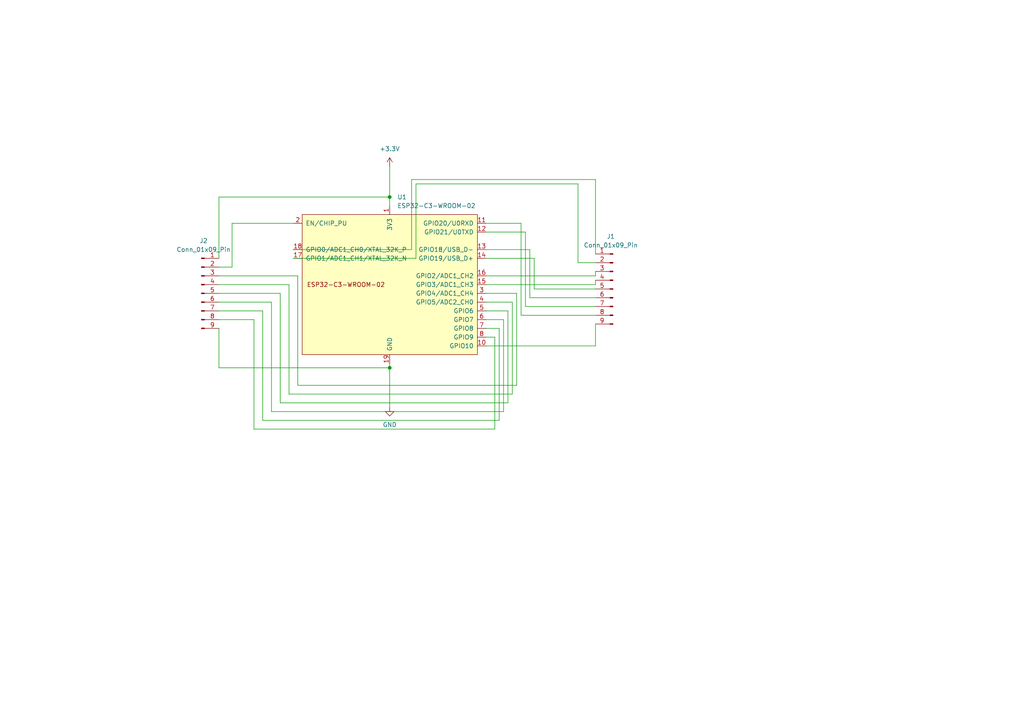
<source format=kicad_sch>
(kicad_sch (version 20230121) (generator eeschema)
  (paper "A4")
  (lib_symbols
    (symbol "Connector:Conn_01x09_Pin" (pin_names (offset 1.016) hide)
      (property "Reference" "J" (at 0 12.7 0))
      (property "Value" "Conn_01x09_Pin" (at 0 -12.7 0))
      (symbol "Conn_01x09_Pin_1_1"
        (polyline (pts (xy 1.27 -10.16) (xy 0.8636 -10.16)) (stroke (width 0.1524)))
        (polyline (pts (xy 1.27 -7.62) (xy 0.8636 -7.62)) (stroke (width 0.1524)))
        (polyline (pts (xy 1.27 -5.08) (xy 0.8636 -5.08)) (stroke (width 0.1524)))
        (polyline (pts (xy 1.27 -2.54) (xy 0.8636 -2.54)) (stroke (width 0.1524)))
        (polyline (pts (xy 1.27 0) (xy 0.8636 0)) (stroke (width 0.1524)))
        (polyline (pts (xy 1.27 2.54) (xy 0.8636 2.54)) (stroke (width 0.1524)))
        (polyline (pts (xy 1.27 5.08) (xy 0.8636 5.08)) (stroke (width 0.1524)))
        (polyline (pts (xy 1.27 7.62) (xy 0.8636 7.62)) (stroke (width 0.1524)))
        (polyline (pts (xy 1.27 10.16) (xy 0.8636 10.16)) (stroke (width 0.1524)))
        (rectangle (start 0.8636 -10.033) (end 0 -10.287) (stroke (width 0.1524)) (fill (type outline)))
        (rectangle (start 0.8636 -7.493) (end 0 -7.747) (stroke (width 0.1524)) (fill (type outline)))
        (rectangle (start 0.8636 -4.953) (end 0 -5.207) (stroke (width 0.1524)) (fill (type outline)))
        (rectangle (start 0.8636 -2.413) (end 0 -2.667) (stroke (width 0.1524)) (fill (type outline)))
        (rectangle (start 0.8636 0.127) (end 0 -0.127) (stroke (width 0.1524)) (fill (type outline)))
        (rectangle (start 0.8636 2.667) (end 0 2.413) (stroke (width 0.1524)) (fill (type outline)))
        (rectangle (start 0.8636 5.207) (end 0 4.953) (stroke (width 0.1524)) (fill (type outline)))
        (rectangle (start 0.8636 7.747) (end 0 7.493) (stroke (width 0.1524)) (fill (type outline)))
        (rectangle (start 0.8636 10.287) (end 0 10.033) (stroke (width 0.1524)) (fill (type outline)))
        (pin passive line (at 5.08 10.16 180) (length 3.81) (name "Pin_1") (number "1"))
        (pin passive line (at 5.08 7.62 180) (length 3.81) (name "Pin_2") (number "2"))
        (pin passive line (at 5.08 5.08 180) (length 3.81) (name "Pin_3") (number "3"))
        (pin passive line (at 5.08 2.54 180) (length 3.81) (name "Pin_4") (number "4"))
        (pin passive line (at 5.08 0 180) (length 3.81) (name "Pin_5") (number "5"))
        (pin passive line (at 5.08 -2.54 180) (length 3.81) (name "Pin_6") (number "6"))
        (pin passive line (at 5.08 -5.08 180) (length 3.81) (name "Pin_7") (number "7"))
        (pin passive line (at 5.08 -7.62 180) (length 3.81) (name "Pin_8") (number "8"))
        (pin passive line (at 5.08 -10.16 180) (length 3.81) (name "Pin_9") (number "9"))
      )
    )
    (symbol "Espressif:ESP32-C3-WROOM-02" (pin_names (offset 1.016))
      (property "Reference" "U" (at -25.4 25.4 0))
      (property "Value" "ESP32-C3-WROOM-02" (at -25.4 22.86 0))
      (symbol "ESP32-C3-WROOM-02_0_0"
        (text "ESP32-C3-WROOM-02" (at -12.7 0 0) (effects (font (size 1.27 1.27))))
      )
      (symbol "ESP32-C3-WROOM-02_0_1"
        (rectangle (start 25.4 20.32) (end -25.4 -20.32) (fill (type background)))
      )
      (symbol "ESP32-C3-WROOM-02_1_1"
        (pin power_in line (at 0 22.86 270) (length 2.54) (name "3V3") (number "1"))
        (pin bidirectional line (at 27.94 -17.78 180) (length 2.54) (name "GPIO10") (number "10"))
        (pin bidirectional line (at 27.94 17.78 180) (length 2.54) (name "GPIO20/U0RXD") (number "11"))
        (pin bidirectional line (at 27.94 15.24 180) (length 2.54) (name "GPIO21/U0TXD") (number "12"))
        (pin bidirectional line (at 27.94 10.16 180) (length 2.54) (name "GPIO18/USB_D-") (number "13"))
        (pin bidirectional line (at 27.94 7.62 180) (length 2.54) (name "GPIO19/USB_D+") (number "14"))
        (pin bidirectional line (at 27.94 0 180) (length 2.54) (name "GPIO3/ADC1_CH3") (number "15"))
        (pin bidirectional line (at 27.94 2.54 180) (length 2.54) (name "GPIO2/ADC1_CH2") (number "16"))
        (pin bidirectional line (at -27.94 7.62 0) (length 2.54) (name "GPIO1/ADC1_CH1/XTAL_32K_N") (number "17"))
        (pin bidirectional line (at -27.94 10.16 0) (length 2.54) (name "GPIO0/ADC1_CH0/XTAL_32K_P") (number "18"))
        (pin power_in line (at 0 -22.86 90) (length 2.54) (name "GND") (number "19"))
        (pin input line (at -27.94 17.78 0) (length 2.54) (name "EN/CHIP_PU") (number "2"))
        (pin bidirectional line (at 27.94 -2.54 180) (length 2.54) (name "GPIO4/ADC1_CH4") (number "3"))
        (pin bidirectional line (at 27.94 -5.08 180) (length 2.54) (name "GPIO5/ADC2_CH0") (number "4"))
        (pin bidirectional line (at 27.94 -7.62 180) (length 2.54) (name "GPIO6") (number "5"))
        (pin bidirectional line (at 27.94 -10.16 180) (length 2.54) (name "GPIO7") (number "6"))
        (pin bidirectional line (at 27.94 -12.7 180) (length 2.54) (name "GPIO8") (number "7"))
        (pin bidirectional line (at 27.94 -15.24 180) (length 2.54) (name "GPIO9") (number "8"))
        (pin passive line (at 0 -22.86 90) (length 2.54) hide (name "GND") (number "9"))
      )
    )
    (symbol "power:+3.3V" (power) (pin_names (offset 0))
      (property "Value" "+3.3V" (at 0 3.556 0))
      (symbol "+3.3V_0_1"
        (polyline (pts (xy -0.762 1.27) (xy 0 2.54)))
        (polyline (pts (xy 0 0) (xy 0 2.54)))
        (polyline (pts (xy 0 2.54) (xy 0.762 1.27)))
      )
      (symbol "+3.3V_1_1"
        (pin power_in line (at 0 0 90) (length 0) hide (name "+3.3V") (number "1"))
      )
    )
    (symbol "power:GND" (power) (pin_names (offset 0))
      (property "Value" "GND" (at 0 -3.81 0))
      (symbol "GND_0_1"
        (polyline (pts (xy 0 0) (xy 0 -1.27) (xy 1.27 -1.27) (xy 0 -2.54) (xy -1.27 -1.27) (xy 0 -1.27)))
      )
      (symbol "GND_1_1"
        (pin power_in line (at 0 0 270) (length 0) hide (name "GND") (number "1"))
      )
    )
  )
  (junction (at 113.03 106.68))
  (junction (at 113.03 57.15))
  (wire (pts (xy 86.36 111.76) (xy 86.36 80.01)))
  (wire (pts (xy 140.97 80.01) (xy 172.72 80.01)))
  (wire (pts (xy 149.86 85.09) (xy 149.86 111.76)))
  (wire (pts (xy 140.97 87.63) (xy 148.59 87.63)))
  (wire (pts (xy 167.64 53.34) (xy 167.64 76.2)))
  (wire (pts (xy 63.5 106.68) (xy 63.5 95.25)))
  (wire (pts (xy 143.51 97.79) (xy 143.51 124.46)))
  (wire (pts (xy 81.28 116.84) (xy 81.28 85.09)))
  (wire (pts (xy 113.03 105.41) (xy 113.03 106.68)))
  (wire (pts (xy 113.03 57.15) (xy 113.03 59.69)))
  (wire (pts (xy 73.66 124.46) (xy 73.66 92.71)))
  (wire (pts (xy 152.4 88.9) (xy 172.72 88.9)))
  (wire (pts (xy 113.03 106.68) (xy 63.5 106.68)))
  (wire (pts (xy 85.09 72.39) (xy 119.38 72.39)))
  (wire (pts (xy 113.03 106.68) (xy 113.03 118.11)))
  (wire (pts (xy 63.5 57.15) (xy 63.5 74.93)))
  (wire (pts (xy 146.05 92.71) (xy 146.05 119.38)))
  (wire (pts (xy 144.78 121.92) (xy 76.2 121.92)))
  (wire (pts (xy 172.72 82.55) (xy 172.72 81.28)))
  (wire (pts (xy 153.67 86.36) (xy 172.72 86.36)))
  (wire (pts (xy 140.97 72.39) (xy 153.67 72.39)))
  (wire (pts (xy 83.82 114.3) (xy 83.82 82.55)))
  (wire (pts (xy 172.72 52.07) (xy 172.72 73.66)))
  (wire (pts (xy 119.38 52.07) (xy 172.72 52.07)))
  (wire (pts (xy 140.97 74.93) (xy 154.94 74.93)))
  (wire (pts (xy 67.31 64.77) (xy 67.31 77.47)))
  (wire (pts (xy 83.82 82.55) (xy 63.5 82.55)))
  (wire (pts (xy 120.65 74.93) (xy 120.65 53.34)))
  (wire (pts (xy 78.74 119.38) (xy 78.74 87.63)))
  (wire (pts (xy 120.65 53.34) (xy 167.64 53.34)))
  (wire (pts (xy 140.97 82.55) (xy 172.72 82.55)))
  (wire (pts (xy 85.09 74.93) (xy 120.65 74.93)))
  (wire (pts (xy 152.4 67.31) (xy 152.4 88.9)))
  (wire (pts (xy 143.51 124.46) (xy 73.66 124.46)))
  (wire (pts (xy 140.97 100.33) (xy 172.72 100.33)))
  (wire (pts (xy 119.38 72.39) (xy 119.38 52.07)))
  (wire (pts (xy 67.31 77.47) (xy 63.5 77.47)))
  (wire (pts (xy 140.97 64.77) (xy 151.13 64.77)))
  (wire (pts (xy 172.72 80.01) (xy 172.72 78.74)))
  (wire (pts (xy 73.66 92.71) (xy 63.5 92.71)))
  (wire (pts (xy 151.13 64.77) (xy 151.13 91.44)))
  (wire (pts (xy 172.72 100.33) (xy 172.72 93.98)))
  (wire (pts (xy 149.86 111.76) (xy 86.36 111.76)))
  (wire (pts (xy 154.94 83.82) (xy 172.72 83.82)))
  (wire (pts (xy 148.59 87.63) (xy 148.59 114.3)))
  (wire (pts (xy 113.03 57.15) (xy 63.5 57.15)))
  (wire (pts (xy 113.03 48.26) (xy 113.03 57.15)))
  (wire (pts (xy 148.59 114.3) (xy 83.82 114.3)))
  (wire (pts (xy 146.05 119.38) (xy 78.74 119.38)))
  (wire (pts (xy 76.2 90.17) (xy 63.5 90.17)))
  (wire (pts (xy 85.09 64.77) (xy 67.31 64.77)))
  (wire (pts (xy 140.97 67.31) (xy 152.4 67.31)))
  (wire (pts (xy 140.97 85.09) (xy 149.86 85.09)))
  (wire (pts (xy 81.28 85.09) (xy 63.5 85.09)))
  (wire (pts (xy 154.94 74.93) (xy 154.94 83.82)))
  (wire (pts (xy 140.97 97.79) (xy 143.51 97.79)))
  (wire (pts (xy 147.32 116.84) (xy 81.28 116.84)))
  (wire (pts (xy 140.97 92.71) (xy 146.05 92.71)))
  (wire (pts (xy 76.2 121.92) (xy 76.2 90.17)))
  (wire (pts (xy 153.67 72.39) (xy 153.67 86.36)))
  (wire (pts (xy 147.32 90.17) (xy 147.32 116.84)))
  (wire (pts (xy 167.64 76.2) (xy 172.72 76.2)))
  (wire (pts (xy 140.97 95.25) (xy 144.78 95.25)))
  (wire (pts (xy 144.78 95.25) (xy 144.78 121.92)))
  (wire (pts (xy 86.36 80.01) (xy 63.5 80.01)))
  (wire (pts (xy 151.13 91.44) (xy 172.72 91.44)))
  (wire (pts (xy 140.97 90.17) (xy 147.32 90.17)))
  (wire (pts (xy 78.74 87.63) (xy 63.5 87.63)))
  (symbol (lib_id "power:+3.3V") (at 113.03 48.26 0) (unit 1)
    (property "Reference" "#PWR02" (effects hide))
    (property "Value" "+3.3V" (at 113.03 43.18 0))
  )
  (symbol (lib_id "Connector:Conn_01x09_Pin") (at 58.42 85.09 0) (unit 1)
    (property "Reference" "J2" (at 59.055 69.85 0))
    (property "Value" "Conn_01x09_Pin" (at 59.055 72.39 0))
    (property "Footprint" "1_My_CustomFootprints:Conn_Pin_1x9" (effects hide))
  )
  (symbol (lib_id "Connector:Conn_01x09_Pin") (at 177.8 83.82 0) (mirror y) (unit 1)
    (property "Reference" "J1" (at 177.165 68.58 0))
    (property "Value" "Conn_01x09_Pin" (at 177.165 71.12 0))
    (property "Footprint" "1_My_CustomFootprints:Conn_Pin_1x9" (effects hide))
  )
  (symbol (lib_id "power:GND") (at 113.03 118.11 0) (unit 1)
    (property "Reference" "#PWR01" (effects hide))
    (property "Value" "GND" (at 113.03 123.19 0))
  )
  (symbol (lib_id "Espressif:ESP32-C3-WROOM-02") (at 113.03 82.55 0) (unit 1)
    (property "Reference" "U1" (at 115.2241 57.15 0) (effects (justify left)))
    (property "Value" "ESP32-C3-WROOM-02" (at 115.2241 59.69 0) (effects (justify left)))
    (property "Footprint" "Espressif:ESP32-C3-WROOM-02" (effects hide))
    (property "Datasheet" "https://www.espressif.com/sites/default/files/documentation/esp32-c3-wroom-02_datasheet_en.pdf" (effects hide))
  )
)
</source>
